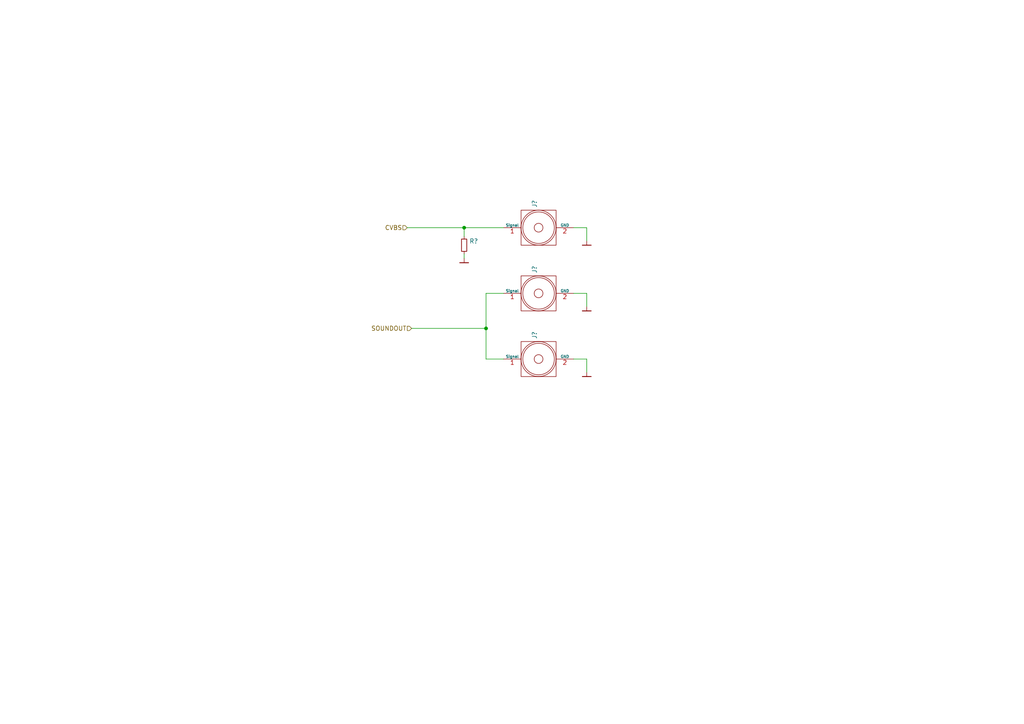
<source format=kicad_sch>
(kicad_sch (version 20211123) (generator eeschema)

  (uuid 8c514922-ffe1-4e37-a260-e807409f2e0d)

  (paper "A4")

  (lib_symbols
    (symbol "Device:R_Small" (pin_numbers hide) (pin_names (offset 0.254) hide) (in_bom yes) (on_board yes)
      (property "Reference" "R" (id 0) (at 0.762 0.508 0)
        (effects (font (size 1.27 1.27)) (justify left))
      )
      (property "Value" "R_Small" (id 1) (at 0.762 -1.016 0)
        (effects (font (size 1.27 1.27)) (justify left))
      )
      (property "Footprint" "" (id 2) (at 0 0 0)
        (effects (font (size 1.27 1.27)) hide)
      )
      (property "Datasheet" "~" (id 3) (at 0 0 0)
        (effects (font (size 1.27 1.27)) hide)
      )
      (property "ki_keywords" "R resistor" (id 4) (at 0 0 0)
        (effects (font (size 1.27 1.27)) hide)
      )
      (property "ki_description" "Resistor, small symbol" (id 5) (at 0 0 0)
        (effects (font (size 1.27 1.27)) hide)
      )
      (property "ki_fp_filters" "R_*" (id 6) (at 0 0 0)
        (effects (font (size 1.27 1.27)) hide)
      )
      (symbol "R_Small_0_1"
        (rectangle (start -0.762 1.778) (end 0.762 -1.778)
          (stroke (width 0.2032) (type default) (color 0 0 0 0))
          (fill (type none))
        )
      )
      (symbol "R_Small_1_1"
        (pin passive line (at 0 2.54 270) (length 0.762)
          (name "~" (effects (font (size 1.27 1.27))))
          (number "1" (effects (font (size 1.27 1.27))))
        )
        (pin passive line (at 0 -2.54 90) (length 0.762)
          (name "~" (effects (font (size 1.27 1.27))))
          (number "2" (effects (font (size 1.27 1.27))))
        )
      )
    )
    (symbol "artemisa:GND" (power) (pin_numbers hide) (pin_names (offset 0) hide) (in_bom yes) (on_board yes)
      (property "Reference" "#PWR" (id 0) (at 0 -2.54 0)
        (effects (font (size 1.524 1.524)) hide)
      )
      (property "Value" "GND" (id 1) (at 0 2.54 0)
        (effects (font (size 1.524 1.524)) hide)
      )
      (property "Footprint" "" (id 2) (at 0 0 0)
        (effects (font (size 1.524 1.524)) hide)
      )
      (property "Datasheet" "" (id 3) (at 0 0 0)
        (effects (font (size 1.524 1.524)) hide)
      )
      (symbol "GND_0_1"
        (polyline
          (pts
            (xy -1.27 -1.27)
            (xy 1.27 -1.27)
          )
          (stroke (width 0.254) (type default) (color 0 0 0 0))
          (fill (type none))
        )
      )
      (symbol "GND_1_1"
        (pin power_in line (at 0 0 270) (length 1.27)
          (name "GND" (effects (font (size 1.27 1.27))))
          (number "~" (effects (font (size 1.27 1.27))))
        )
      )
    )
    (symbol "artemisa:RCA_Conn" (pin_names (offset 0)) (in_bom yes) (on_board yes)
      (property "Reference" "J" (id 0) (at 6.35 3.81 0)
        (effects (font (size 1.27 1.27)))
      )
      (property "Value" "RCA_Conn" (id 1) (at 10.16 -3.81 0)
        (effects (font (size 1.27 1.27)))
      )
      (property "Footprint" "" (id 2) (at 0 0 0)
        (effects (font (size 1.27 1.27)) hide)
      )
      (property "Datasheet" "" (id 3) (at 0 0 0)
        (effects (font (size 1.27 1.27)) hide)
      )
      (symbol "RCA_Conn_0_1"
        (rectangle (start -5.08 5.08) (end 5.08 -5.08)
          (stroke (width 0) (type default) (color 0 0 0 0))
          (fill (type none))
        )
        (circle (center 0 0) (radius 1.27)
          (stroke (width 0) (type default) (color 0 0 0 0))
          (fill (type none))
        )
        (circle (center 0 0) (radius 4.572)
          (stroke (width 0) (type default) (color 0 0 0 0))
          (fill (type none))
        )
        (circle (center 0 0) (radius 5.08)
          (stroke (width 0) (type default) (color 0 0 0 0))
          (fill (type none))
        )
      )
      (symbol "RCA_Conn_1_1"
        (pin input line (at 0 10.16 270) (length 5.08)
          (name "Signal" (effects (font (size 0.7874 0.7874))))
          (number "1" (effects (font (size 1.27 1.27))))
        )
        (pin input line (at 0 -10.16 90) (length 5.08)
          (name "GND" (effects (font (size 0.7874 0.7874))))
          (number "2" (effects (font (size 1.27 1.27))))
        )
      )
    )
  )

  (junction (at 134.62 66.04) (diameter 0) (color 0 0 0 0)
    (uuid 8412992d-8754-44de-9e08-115cec1a3eff)
  )
  (junction (at 140.97 95.25) (diameter 0) (color 0 0 0 0)
    (uuid e4c6fdbb-fdc7-4ad4-a516-240d84cdc120)
  )

  (wire (pts (xy 118.11 66.04) (xy 134.62 66.04))
    (stroke (width 0) (type default) (color 0 0 0 0))
    (uuid 03caada9-9e22-4e2d-9035-b15433dfbb17)
  )
  (wire (pts (xy 140.97 104.14) (xy 140.97 95.25))
    (stroke (width 0) (type default) (color 0 0 0 0))
    (uuid 0755aee5-bc01-4cb5-b830-583289df50a3)
  )
  (wire (pts (xy 134.62 66.04) (xy 146.05 66.04))
    (stroke (width 0) (type default) (color 0 0 0 0))
    (uuid 16a9ae8c-3ad2-439b-8efe-377c994670c7)
  )
  (wire (pts (xy 170.18 85.09) (xy 170.18 88.9))
    (stroke (width 0) (type default) (color 0 0 0 0))
    (uuid 182b2d54-931d-49d6-9f39-60a752623e36)
  )
  (wire (pts (xy 140.97 104.14) (xy 146.05 104.14))
    (stroke (width 0) (type default) (color 0 0 0 0))
    (uuid 4fb21471-41be-4be8-9687-66030f97befc)
  )
  (wire (pts (xy 166.37 85.09) (xy 170.18 85.09))
    (stroke (width 0) (type default) (color 0 0 0 0))
    (uuid 5114c7bf-b955-49f3-a0a8-4b954c81bde0)
  )
  (wire (pts (xy 140.97 85.09) (xy 146.05 85.09))
    (stroke (width 0) (type default) (color 0 0 0 0))
    (uuid 7599133e-c681-4202-85d9-c20dac196c64)
  )
  (wire (pts (xy 134.62 74.93) (xy 134.62 73.66))
    (stroke (width 0) (type default) (color 0 0 0 0))
    (uuid 770ad51a-7219-4633-b24a-bd20feb0a6c5)
  )
  (wire (pts (xy 140.97 95.25) (xy 140.97 85.09))
    (stroke (width 0) (type default) (color 0 0 0 0))
    (uuid 789ca812-3e0c-4a3f-97bc-a916dd9bce80)
  )
  (wire (pts (xy 170.18 104.14) (xy 170.18 107.95))
    (stroke (width 0) (type default) (color 0 0 0 0))
    (uuid a17904b9-135e-4dae-ae20-401c7787de72)
  )
  (wire (pts (xy 166.37 66.04) (xy 170.18 66.04))
    (stroke (width 0) (type default) (color 0 0 0 0))
    (uuid cdfb07af-801b-44ba-8c30-d021a6ad3039)
  )
  (wire (pts (xy 119.38 95.25) (xy 140.97 95.25))
    (stroke (width 0) (type default) (color 0 0 0 0))
    (uuid db36f6e3-e72a-487f-bda9-88cc84536f62)
  )
  (wire (pts (xy 170.18 66.04) (xy 170.18 69.85))
    (stroke (width 0) (type default) (color 0 0 0 0))
    (uuid e6b860cc-cb76-4220-acfb-68f1eb348bfa)
  )
  (wire (pts (xy 166.37 104.14) (xy 170.18 104.14))
    (stroke (width 0) (type default) (color 0 0 0 0))
    (uuid f202141e-c20d-4cac-b016-06a44f2ecce8)
  )
  (wire (pts (xy 134.62 68.58) (xy 134.62 66.04))
    (stroke (width 0) (type default) (color 0 0 0 0))
    (uuid ffd175d1-912a-4224-be1e-a8198680f46b)
  )

  (hierarchical_label "SOUNDOUT" (shape input) (at 119.38 95.25 180)
    (effects (font (size 1.27 1.27)) (justify right))
    (uuid 40976bf0-19de-460f-ad64-224d4f51e16b)
  )
  (hierarchical_label "CVBS" (shape input) (at 118.11 66.04 180)
    (effects (font (size 1.27 1.27)) (justify right))
    (uuid e21aa84b-970e-47cf-b64f-3b55ee0e1b51)
  )

  (symbol (lib_id "artemisa:RCA_Conn") (at 156.21 66.04 90) (unit 1)
    (in_bom yes) (on_board yes)
    (uuid 00000000-0000-0000-0000-00005ed4c93f)
    (property "Reference" "J?" (id 0) (at 155.0416 60.2488 0)
      (effects (font (size 1.27 1.27)) (justify left))
    )
    (property "Value" "" (id 1) (at 161.29 73.66 90)
      (effects (font (size 1.27 1.27)) (justify left))
    )
    (property "Footprint" "" (id 2) (at 156.21 66.04 0)
      (effects (font (size 1.27 1.27)) hide)
    )
    (property "Datasheet" "" (id 3) (at 156.21 66.04 0)
      (effects (font (size 1.27 1.27)) hide)
    )
    (pin "1" (uuid 98e85eeb-6efa-4e41-bb87-9aec27e50a64))
    (pin "2" (uuid 2c3c7953-603d-4b95-b24a-60ee04407d91))
  )

  (symbol (lib_id "Device:R_Small") (at 134.62 71.12 0) (unit 1)
    (in_bom yes) (on_board yes)
    (uuid 00000000-0000-0000-0000-00005ed4c947)
    (property "Reference" "R?" (id 0) (at 136.1186 69.9516 0)
      (effects (font (size 1.27 1.27)) (justify left))
    )
    (property "Value" "" (id 1) (at 136.1186 72.263 0)
      (effects (font (size 1.27 1.27)) (justify left))
    )
    (property "Footprint" "" (id 2) (at 134.62 71.12 0)
      (effects (font (size 1.27 1.27)) hide)
    )
    (property "Datasheet" "~" (id 3) (at 134.62 71.12 0)
      (effects (font (size 1.27 1.27)) hide)
    )
    (pin "1" (uuid c40555a2-76f6-47f6-8565-ddb5b88a8a7f))
    (pin "2" (uuid d505ba7e-ac8c-43a9-96ab-75c05d042f88))
  )

  (symbol (lib_id "artemisa:RCA_Conn") (at 156.21 85.09 90) (unit 1)
    (in_bom yes) (on_board yes)
    (uuid 00000000-0000-0000-0000-00005ed4c950)
    (property "Reference" "J?" (id 0) (at 155.0416 79.2988 0)
      (effects (font (size 1.27 1.27)) (justify left))
    )
    (property "Value" "" (id 1) (at 161.29 92.71 90)
      (effects (font (size 1.27 1.27)) (justify left))
    )
    (property "Footprint" "" (id 2) (at 156.21 85.09 0)
      (effects (font (size 1.27 1.27)) hide)
    )
    (property "Datasheet" "" (id 3) (at 156.21 85.09 0)
      (effects (font (size 1.27 1.27)) hide)
    )
    (pin "1" (uuid 299ed31b-8320-42e3-a997-78990b515eff))
    (pin "2" (uuid 66bc6277-2edc-41bc-8067-43e8d3ce64b9))
  )

  (symbol (lib_id "artemisa:RCA_Conn") (at 156.21 104.14 90) (unit 1)
    (in_bom yes) (on_board yes)
    (uuid 00000000-0000-0000-0000-00005ed4c956)
    (property "Reference" "J?" (id 0) (at 155.0416 98.3488 0)
      (effects (font (size 1.27 1.27)) (justify left))
    )
    (property "Value" "" (id 1) (at 161.29 111.76 90)
      (effects (font (size 1.27 1.27)) (justify left))
    )
    (property "Footprint" "" (id 2) (at 156.21 104.14 0)
      (effects (font (size 1.27 1.27)) hide)
    )
    (property "Datasheet" "" (id 3) (at 156.21 104.14 0)
      (effects (font (size 1.27 1.27)) hide)
    )
    (pin "1" (uuid 46087030-b1b4-416d-abb4-7e66dc5f5fa0))
    (pin "2" (uuid 2614eab2-50de-46b0-9eda-9ba6f3213d6f))
  )

  (symbol (lib_id "artemisa:GND") (at 170.18 107.95 0) (unit 1)
    (in_bom yes) (on_board yes)
    (uuid 00000000-0000-0000-0000-00005ed4c966)
    (property "Reference" "#PWR?" (id 0) (at 170.18 110.49 0)
      (effects (font (size 1.524 1.524)) hide)
    )
    (property "Value" "" (id 1) (at 170.18 105.41 0)
      (effects (font (size 1.524 1.524)) hide)
    )
    (property "Footprint" "" (id 2) (at 170.18 107.95 0)
      (effects (font (size 1.524 1.524)) hide)
    )
    (property "Datasheet" "" (id 3) (at 170.18 107.95 0)
      (effects (font (size 1.524 1.524)) hide)
    )
    (pin "~" (uuid 65ca96f5-0030-4115-9542-307a17c83362))
  )

  (symbol (lib_id "artemisa:GND") (at 170.18 88.9 0) (unit 1)
    (in_bom yes) (on_board yes)
    (uuid 00000000-0000-0000-0000-00005ed4c96c)
    (property "Reference" "#PWR?" (id 0) (at 170.18 91.44 0)
      (effects (font (size 1.524 1.524)) hide)
    )
    (property "Value" "" (id 1) (at 170.18 86.36 0)
      (effects (font (size 1.524 1.524)) hide)
    )
    (property "Footprint" "" (id 2) (at 170.18 88.9 0)
      (effects (font (size 1.524 1.524)) hide)
    )
    (property "Datasheet" "" (id 3) (at 170.18 88.9 0)
      (effects (font (size 1.524 1.524)) hide)
    )
    (pin "~" (uuid 63ac02d9-df52-49d6-bf40-d68ede45c647))
  )

  (symbol (lib_id "artemisa:GND") (at 170.18 69.85 0) (unit 1)
    (in_bom yes) (on_board yes)
    (uuid 00000000-0000-0000-0000-00005ed4c972)
    (property "Reference" "#PWR?" (id 0) (at 170.18 72.39 0)
      (effects (font (size 1.524 1.524)) hide)
    )
    (property "Value" "" (id 1) (at 170.18 67.31 0)
      (effects (font (size 1.524 1.524)) hide)
    )
    (property "Footprint" "" (id 2) (at 170.18 69.85 0)
      (effects (font (size 1.524 1.524)) hide)
    )
    (property "Datasheet" "" (id 3) (at 170.18 69.85 0)
      (effects (font (size 1.524 1.524)) hide)
    )
    (pin "~" (uuid f69aac93-d3de-4f65-b6b0-69b31a1eeedd))
  )

  (symbol (lib_id "artemisa:GND") (at 134.62 74.93 0) (unit 1)
    (in_bom yes) (on_board yes)
    (uuid 00000000-0000-0000-0000-00005ed4c978)
    (property "Reference" "#PWR?" (id 0) (at 134.62 77.47 0)
      (effects (font (size 1.524 1.524)) hide)
    )
    (property "Value" "" (id 1) (at 134.62 72.39 0)
      (effects (font (size 1.524 1.524)) hide)
    )
    (property "Footprint" "" (id 2) (at 134.62 74.93 0)
      (effects (font (size 1.524 1.524)) hide)
    )
    (property "Datasheet" "" (id 3) (at 134.62 74.93 0)
      (effects (font (size 1.524 1.524)) hide)
    )
    (pin "~" (uuid cb7c1e3e-a32d-43a8-bf93-cbb15668bf6c))
  )
)

</source>
